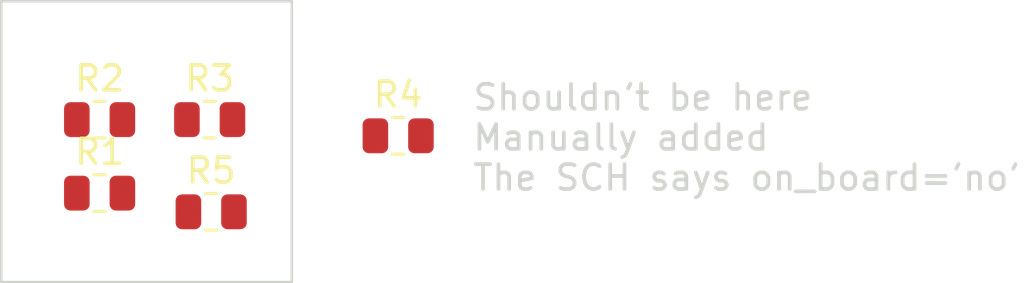
<source format=kicad_pcb>
(kicad_pcb (version 20240108) (generator "pcbnew") (generator_version "8.99")
  (layers (0 "F.Cu" signal) (31 "B.Cu" signal) (34 "B.Paste" user) (35 "F.Paste" user) (36 "B.SilkS" user "B.Silkscreen") (37 "F.SilkS" user "F.Silkscreen") (38 "B.Mask" user) (39 "F.Mask" user) (44 "Edge.Cuts" user))
  (net 0 "")
  (footprint "Resistor_SMD:R_0805_2012Metric" (layer "F.Cu") (at 121.47 70.18)
    (property "Reference" "R2" (at 0 -1.65 0) (layer "F.SilkS"))
    (property "Value" "R")
    (fp_line (start -0.227064 -0.735) (end 0.227064 -0.735) (stroke (width 0.12)) (layer "F.SilkS"))
    (fp_line (start -0.227064 0.735) (end 0.227064 0.735) (stroke (width 0.12)) (layer "F.SilkS"))
    (pad "1" smd roundrect (at -0.9125 0) (size 1.025 1.4) (layers "F.Cu" "F.Paste" "F.Mask") (roundrect_rratio 0.243902))
    (pad "2" smd roundrect (at 0.9125 0) (size 1.025 1.4) (layers "F.Cu" "F.Paste" "F.Mask") (roundrect_rratio 0.243902))
  )
  (footprint "Resistor_SMD:R_0805_2012Metric" (layer "F.Cu") (at 133.43 70.83)
    (property "Reference" "R4" (at 0 -1.65 0) (layer "F.SilkS"))
    (property "Value" "R")
    (fp_line (start -0.227064 -0.735) (end 0.227064 -0.735) (stroke (width 0.12)) (layer "F.SilkS"))
    (fp_line (start -0.227064 0.735) (end 0.227064 0.735) (stroke (width 0.12)) (layer "F.SilkS"))
    (pad "1" smd roundrect (at -0.9125 0) (size 1.025 1.4) (layers "F.Cu" "F.Paste" "F.Mask") (roundrect_rratio 0.243902))
    (pad "2" smd roundrect (at 0.9125 0) (size 1.025 1.4) (layers "F.Cu" "F.Paste" "F.Mask") (roundrect_rratio 0.243902))
  )
  (footprint "Resistor_SMD:R_0805_2012Metric" (layer "F.Cu") (at 121.47 73.13)
    (property "Reference" "R1" (at 0 -1.65 0) (layer "F.SilkS"))
    (property "Value" "R")
    (fp_line (start -0.227064 -0.735) (end 0.227064 -0.735) (stroke (width 0.12)) (layer "F.SilkS"))
    (fp_line (start -0.227064 0.735) (end 0.227064 0.735) (stroke (width 0.12)) (layer "F.SilkS"))
    (pad "1" smd roundrect (at -0.9125 0) (size 1.025 1.4) (layers "F.Cu" "F.Paste" "F.Mask") (roundrect_rratio 0.243902))
    (pad "2" smd roundrect (at 0.9125 0) (size 1.025 1.4) (layers "F.Cu" "F.Paste" "F.Mask") (roundrect_rratio 0.243902))
  )
  (footprint "Resistor_SMD:R_0805_2012Metric" (layer "F.Cu") (at 125.94 73.88)
    (property "Reference" "R5" (at 0 -1.65 0) (layer "F.SilkS"))
    (property "Value" "R")
    (fp_line (start -0.227064 -0.735) (end 0.227064 -0.735) (stroke (width 0.12)) (layer "F.SilkS"))
    (fp_line (start -0.227064 0.735) (end 0.227064 0.735) (stroke (width 0.12)) (layer "F.SilkS"))
    (pad "1" smd roundrect (at -0.9125 0) (size 1.025 1.4) (layers "F.Cu" "F.Paste" "F.Mask") (roundrect_rratio 0.243902))
    (pad "2" smd roundrect (at 0.9125 0) (size 1.025 1.4) (layers "F.Cu" "F.Paste" "F.Mask") (roundrect_rratio 0.243902))
  )
  (footprint "Resistor_SMD:R_0805_2012Metric" (layer "F.Cu") (at 125.88 70.18)
    (property "Reference" "R3" (at 0 -1.65 0) (layer "F.SilkS"))
    (property "Value" "R")
    (fp_line (start -0.227064 -0.735) (end 0.227064 -0.735) (stroke (width 0.12)) (layer "F.SilkS"))
    (fp_line (start -0.227064 0.735) (end 0.227064 0.735) (stroke (width 0.12)) (layer "F.SilkS"))
    (pad "1" smd roundrect (at -0.9125 0) (size 1.025 1.4) (layers "F.Cu" "F.Paste" "F.Mask") (roundrect_rratio 0.243902))
    (pad "2" smd roundrect (at 0.9125 0) (size 1.025 1.4) (layers "F.Cu" "F.Paste" "F.Mask") (roundrect_rratio 0.243902))
  )
  (gr_rect (start 117.53 65.43) (end 129.17 76.7) (stroke (width 0.1)) (fill none) (layer "Edge.Cuts"))
  (gr_text "Shouldn't be here\nManually added\nThe SCH says on_board='no'" (at 136.35 70.9 0) (layer "Edge.Cuts") (effects (font (size 1 1)) (justify left)))
)
</source>
